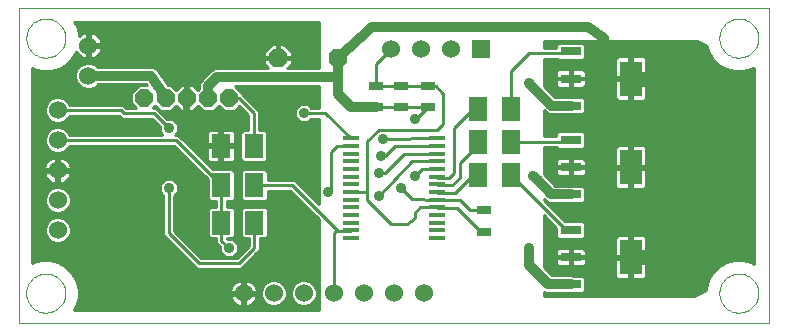
<source format=gtl>
G75*
G70*
%OFA0B0*%
%FSLAX24Y24*%
%IPPOS*%
%LPD*%
%AMOC8*
5,1,8,0,0,1.08239X$1,22.5*
%
%ADD10C,0.0000*%
%ADD11R,0.0709X0.0315*%
%ADD12R,0.0728X0.1181*%
%ADD13R,0.0630X0.0787*%
%ADD14OC8,0.0630*%
%ADD15R,0.0472X0.0315*%
%ADD16C,0.0600*%
%ADD17R,0.0600X0.0600*%
%ADD18R,0.0550X0.0137*%
%ADD19OC8,0.0594*%
%ADD20C,0.0100*%
%ADD21C,0.0360*%
%ADD22C,0.0500*%
%ADD23C,0.0357*%
%ADD24C,0.0396*%
%ADD25C,0.0320*%
D10*
X000333Y000262D02*
X000333Y010761D01*
X025353Y010758D01*
X025353Y000262D01*
X000333Y000262D01*
X000582Y001262D02*
X000584Y001312D01*
X000590Y001362D01*
X000600Y001412D01*
X000613Y001460D01*
X000630Y001508D01*
X000651Y001554D01*
X000675Y001598D01*
X000703Y001640D01*
X000734Y001680D01*
X000768Y001717D01*
X000805Y001752D01*
X000844Y001783D01*
X000885Y001812D01*
X000929Y001837D01*
X000975Y001859D01*
X001022Y001877D01*
X001070Y001891D01*
X001119Y001902D01*
X001169Y001909D01*
X001219Y001912D01*
X001270Y001911D01*
X001320Y001906D01*
X001370Y001897D01*
X001418Y001885D01*
X001466Y001868D01*
X001512Y001848D01*
X001557Y001825D01*
X001600Y001798D01*
X001640Y001768D01*
X001678Y001735D01*
X001713Y001699D01*
X001746Y001660D01*
X001775Y001619D01*
X001801Y001576D01*
X001824Y001531D01*
X001843Y001484D01*
X001858Y001436D01*
X001870Y001387D01*
X001878Y001337D01*
X001882Y001287D01*
X001882Y001237D01*
X001878Y001187D01*
X001870Y001137D01*
X001858Y001088D01*
X001843Y001040D01*
X001824Y000993D01*
X001801Y000948D01*
X001775Y000905D01*
X001746Y000864D01*
X001713Y000825D01*
X001678Y000789D01*
X001640Y000756D01*
X001600Y000726D01*
X001557Y000699D01*
X001512Y000676D01*
X001466Y000656D01*
X001418Y000639D01*
X001370Y000627D01*
X001320Y000618D01*
X001270Y000613D01*
X001219Y000612D01*
X001169Y000615D01*
X001119Y000622D01*
X001070Y000633D01*
X001022Y000647D01*
X000975Y000665D01*
X000929Y000687D01*
X000885Y000712D01*
X000844Y000741D01*
X000805Y000772D01*
X000768Y000807D01*
X000734Y000844D01*
X000703Y000884D01*
X000675Y000926D01*
X000651Y000970D01*
X000630Y001016D01*
X000613Y001064D01*
X000600Y001112D01*
X000590Y001162D01*
X000584Y001212D01*
X000582Y001262D01*
X000583Y009762D02*
X000585Y009812D01*
X000591Y009862D01*
X000601Y009912D01*
X000614Y009960D01*
X000631Y010008D01*
X000652Y010054D01*
X000676Y010098D01*
X000704Y010140D01*
X000735Y010180D01*
X000769Y010217D01*
X000806Y010252D01*
X000845Y010283D01*
X000886Y010312D01*
X000930Y010337D01*
X000976Y010359D01*
X001023Y010377D01*
X001071Y010391D01*
X001120Y010402D01*
X001170Y010409D01*
X001220Y010412D01*
X001271Y010411D01*
X001321Y010406D01*
X001371Y010397D01*
X001419Y010385D01*
X001467Y010368D01*
X001513Y010348D01*
X001558Y010325D01*
X001601Y010298D01*
X001641Y010268D01*
X001679Y010235D01*
X001714Y010199D01*
X001747Y010160D01*
X001776Y010119D01*
X001802Y010076D01*
X001825Y010031D01*
X001844Y009984D01*
X001859Y009936D01*
X001871Y009887D01*
X001879Y009837D01*
X001883Y009787D01*
X001883Y009737D01*
X001879Y009687D01*
X001871Y009637D01*
X001859Y009588D01*
X001844Y009540D01*
X001825Y009493D01*
X001802Y009448D01*
X001776Y009405D01*
X001747Y009364D01*
X001714Y009325D01*
X001679Y009289D01*
X001641Y009256D01*
X001601Y009226D01*
X001558Y009199D01*
X001513Y009176D01*
X001467Y009156D01*
X001419Y009139D01*
X001371Y009127D01*
X001321Y009118D01*
X001271Y009113D01*
X001220Y009112D01*
X001170Y009115D01*
X001120Y009122D01*
X001071Y009133D01*
X001023Y009147D01*
X000976Y009165D01*
X000930Y009187D01*
X000886Y009212D01*
X000845Y009241D01*
X000806Y009272D01*
X000769Y009307D01*
X000735Y009344D01*
X000704Y009384D01*
X000676Y009426D01*
X000652Y009470D01*
X000631Y009516D01*
X000614Y009564D01*
X000601Y009612D01*
X000591Y009662D01*
X000585Y009712D01*
X000583Y009762D01*
X023683Y009762D02*
X023685Y009812D01*
X023691Y009862D01*
X023701Y009912D01*
X023714Y009960D01*
X023731Y010008D01*
X023752Y010054D01*
X023776Y010098D01*
X023804Y010140D01*
X023835Y010180D01*
X023869Y010217D01*
X023906Y010252D01*
X023945Y010283D01*
X023986Y010312D01*
X024030Y010337D01*
X024076Y010359D01*
X024123Y010377D01*
X024171Y010391D01*
X024220Y010402D01*
X024270Y010409D01*
X024320Y010412D01*
X024371Y010411D01*
X024421Y010406D01*
X024471Y010397D01*
X024519Y010385D01*
X024567Y010368D01*
X024613Y010348D01*
X024658Y010325D01*
X024701Y010298D01*
X024741Y010268D01*
X024779Y010235D01*
X024814Y010199D01*
X024847Y010160D01*
X024876Y010119D01*
X024902Y010076D01*
X024925Y010031D01*
X024944Y009984D01*
X024959Y009936D01*
X024971Y009887D01*
X024979Y009837D01*
X024983Y009787D01*
X024983Y009737D01*
X024979Y009687D01*
X024971Y009637D01*
X024959Y009588D01*
X024944Y009540D01*
X024925Y009493D01*
X024902Y009448D01*
X024876Y009405D01*
X024847Y009364D01*
X024814Y009325D01*
X024779Y009289D01*
X024741Y009256D01*
X024701Y009226D01*
X024658Y009199D01*
X024613Y009176D01*
X024567Y009156D01*
X024519Y009139D01*
X024471Y009127D01*
X024421Y009118D01*
X024371Y009113D01*
X024320Y009112D01*
X024270Y009115D01*
X024220Y009122D01*
X024171Y009133D01*
X024123Y009147D01*
X024076Y009165D01*
X024030Y009187D01*
X023986Y009212D01*
X023945Y009241D01*
X023906Y009272D01*
X023869Y009307D01*
X023835Y009344D01*
X023804Y009384D01*
X023776Y009426D01*
X023752Y009470D01*
X023731Y009516D01*
X023714Y009564D01*
X023701Y009612D01*
X023691Y009662D01*
X023685Y009712D01*
X023683Y009762D01*
X023683Y001262D02*
X023685Y001312D01*
X023691Y001362D01*
X023701Y001412D01*
X023714Y001460D01*
X023731Y001508D01*
X023752Y001554D01*
X023776Y001598D01*
X023804Y001640D01*
X023835Y001680D01*
X023869Y001717D01*
X023906Y001752D01*
X023945Y001783D01*
X023986Y001812D01*
X024030Y001837D01*
X024076Y001859D01*
X024123Y001877D01*
X024171Y001891D01*
X024220Y001902D01*
X024270Y001909D01*
X024320Y001912D01*
X024371Y001911D01*
X024421Y001906D01*
X024471Y001897D01*
X024519Y001885D01*
X024567Y001868D01*
X024613Y001848D01*
X024658Y001825D01*
X024701Y001798D01*
X024741Y001768D01*
X024779Y001735D01*
X024814Y001699D01*
X024847Y001660D01*
X024876Y001619D01*
X024902Y001576D01*
X024925Y001531D01*
X024944Y001484D01*
X024959Y001436D01*
X024971Y001387D01*
X024979Y001337D01*
X024983Y001287D01*
X024983Y001237D01*
X024979Y001187D01*
X024971Y001137D01*
X024959Y001088D01*
X024944Y001040D01*
X024925Y000993D01*
X024902Y000948D01*
X024876Y000905D01*
X024847Y000864D01*
X024814Y000825D01*
X024779Y000789D01*
X024741Y000756D01*
X024701Y000726D01*
X024658Y000699D01*
X024613Y000676D01*
X024567Y000656D01*
X024519Y000639D01*
X024471Y000627D01*
X024421Y000618D01*
X024371Y000613D01*
X024320Y000612D01*
X024270Y000615D01*
X024220Y000622D01*
X024171Y000633D01*
X024123Y000647D01*
X024076Y000665D01*
X024030Y000687D01*
X023986Y000712D01*
X023945Y000741D01*
X023906Y000772D01*
X023869Y000807D01*
X023835Y000844D01*
X023804Y000884D01*
X023776Y000926D01*
X023752Y000970D01*
X023731Y001016D01*
X023714Y001064D01*
X023701Y001112D01*
X023691Y001162D01*
X023685Y001212D01*
X023683Y001262D01*
D11*
X018729Y001557D03*
X018733Y002462D03*
X018729Y003368D03*
X018729Y004557D03*
X018733Y005462D03*
X018729Y006368D03*
X018729Y007507D03*
X018733Y008412D03*
X018729Y009318D03*
D12*
X020733Y008412D03*
X020733Y005462D03*
X020733Y002462D03*
D13*
X016734Y005212D03*
X015631Y005212D03*
X015631Y006312D03*
X016734Y006312D03*
X016734Y007412D03*
X015631Y007412D03*
X008184Y004862D03*
X007081Y004862D03*
X007081Y003612D03*
X008184Y003612D03*
X008165Y006167D03*
X007063Y006167D03*
D14*
X008961Y009092D03*
X010961Y009092D03*
D15*
X012233Y008166D03*
X013083Y008166D03*
X013983Y008166D03*
X013983Y007458D03*
X013083Y007458D03*
X012233Y007458D03*
X015833Y004016D03*
X015833Y003308D03*
D16*
X013833Y001262D03*
X012833Y001262D03*
X011833Y001262D03*
X010833Y001262D03*
X009833Y001262D03*
X008833Y001262D03*
X007833Y001262D03*
X001633Y003362D03*
X001633Y004362D03*
X001633Y005362D03*
X001633Y006362D03*
X001633Y007362D03*
X002651Y008508D03*
X002651Y009508D03*
X012733Y009412D03*
X013733Y009412D03*
X014733Y009412D03*
D17*
X015733Y009412D03*
D18*
X014272Y006425D03*
X014272Y006170D03*
X014272Y005914D03*
X014272Y005658D03*
X014272Y005402D03*
X014272Y005146D03*
X014272Y004890D03*
X014272Y004634D03*
X014272Y004378D03*
X014272Y004122D03*
X014272Y003866D03*
X014272Y003610D03*
X014272Y003355D03*
X014272Y003099D03*
X011393Y003099D03*
X011393Y003355D03*
X011393Y003610D03*
X011393Y003866D03*
X011393Y004122D03*
X011393Y004378D03*
X011393Y004634D03*
X011393Y004890D03*
X011393Y005146D03*
X011393Y005402D03*
X011393Y005658D03*
X011393Y005914D03*
X011393Y006170D03*
X011393Y006425D03*
D19*
X007351Y007762D03*
X006642Y007762D03*
X005934Y007762D03*
X005225Y007762D03*
X004516Y007762D03*
D20*
X004090Y007751D02*
X001816Y007751D01*
X001876Y007727D02*
X001718Y007792D01*
X001547Y007792D01*
X001389Y007727D01*
X001268Y007606D01*
X001203Y007448D01*
X001203Y007276D01*
X001268Y007118D01*
X001389Y006998D01*
X001547Y006932D01*
X001718Y006932D01*
X001876Y006998D01*
X001997Y007118D01*
X002023Y007182D01*
X003658Y007182D01*
X003758Y007082D01*
X004758Y007082D01*
X005024Y006816D01*
X005024Y006701D01*
X005071Y006587D01*
X005116Y006542D01*
X002023Y006542D01*
X001997Y006606D01*
X001876Y006727D01*
X001718Y006792D01*
X001547Y006792D01*
X001389Y006727D01*
X001268Y006606D01*
X001203Y006448D01*
X001203Y006276D01*
X001268Y006118D01*
X001389Y005998D01*
X001547Y005932D01*
X001718Y005932D01*
X001876Y005998D01*
X001997Y006118D01*
X002023Y006182D01*
X005507Y006182D01*
X006636Y005052D01*
X006636Y004414D01*
X006713Y004338D01*
X006901Y004338D01*
X006901Y004136D01*
X006713Y004136D01*
X006636Y004060D01*
X006636Y003164D01*
X006713Y003088D01*
X006901Y003088D01*
X006901Y002939D01*
X007024Y002816D01*
X007024Y002701D01*
X007071Y002587D01*
X007158Y002501D01*
X007271Y002454D01*
X007394Y002454D01*
X007507Y002501D01*
X007594Y002587D01*
X007641Y002701D01*
X007641Y002823D01*
X007594Y002937D01*
X007507Y003023D01*
X007394Y003070D01*
X007279Y003070D01*
X007261Y003088D01*
X007261Y003088D01*
X007450Y003088D01*
X007526Y003164D01*
X007526Y004060D01*
X007450Y004136D01*
X007261Y004136D01*
X007261Y004338D01*
X007450Y004338D01*
X007526Y004414D01*
X007526Y005310D01*
X007450Y005386D01*
X006812Y005386D01*
X005656Y006542D01*
X005549Y006542D01*
X005594Y006587D01*
X005641Y006701D01*
X005641Y006823D01*
X005594Y006937D01*
X005507Y007023D01*
X005394Y007070D01*
X005279Y007070D01*
X004907Y007442D01*
X004800Y007442D01*
X004871Y007513D01*
X005048Y007336D01*
X005402Y007336D01*
X005565Y007499D01*
X005749Y007316D01*
X005885Y007316D01*
X005885Y007714D01*
X005982Y007714D01*
X005982Y007316D01*
X006119Y007316D01*
X006302Y007499D01*
X006466Y007336D01*
X006819Y007336D01*
X006997Y007513D01*
X007174Y007336D01*
X007528Y007336D01*
X007681Y007489D01*
X007978Y007191D01*
X007978Y006691D01*
X007796Y006691D01*
X007720Y006615D01*
X007720Y005720D01*
X007796Y005643D01*
X008534Y005643D01*
X008610Y005720D01*
X008610Y006615D01*
X008534Y006691D01*
X008338Y006691D01*
X008338Y007341D01*
X008233Y007446D01*
X007778Y007901D01*
X007778Y007939D01*
X007539Y008178D01*
X010333Y008178D01*
X010333Y007442D01*
X010089Y007442D01*
X010007Y007523D01*
X009894Y007570D01*
X009771Y007570D01*
X009658Y007523D01*
X009571Y007437D01*
X009524Y007323D01*
X009524Y007201D01*
X009571Y007087D01*
X009658Y007001D01*
X009771Y006954D01*
X009894Y006954D01*
X010007Y007001D01*
X010089Y007082D01*
X010333Y007082D01*
X010333Y004703D01*
X010325Y004684D01*
X010325Y004562D01*
X010333Y004543D01*
X010333Y004241D01*
X009532Y005042D01*
X009382Y005042D01*
X008629Y005042D01*
X008629Y005310D01*
X008553Y005386D01*
X007815Y005386D01*
X007739Y005310D01*
X007739Y004414D01*
X007815Y004338D01*
X008553Y004338D01*
X008629Y004414D01*
X008629Y004682D01*
X009382Y004682D01*
X010333Y003732D01*
X010333Y000712D01*
X002185Y000712D01*
X002257Y000837D01*
X002332Y001117D01*
X002332Y001407D01*
X002257Y001687D01*
X002113Y001937D01*
X010333Y001937D01*
X010333Y001839D02*
X002170Y001839D01*
X002226Y001740D02*
X010333Y001740D01*
X010333Y001642D02*
X010040Y001642D01*
X010076Y001627D02*
X009918Y001692D01*
X009747Y001692D01*
X009589Y001627D01*
X009468Y001506D01*
X009403Y001348D01*
X009403Y001176D01*
X009468Y001018D01*
X009589Y000898D01*
X009747Y000832D01*
X009918Y000832D01*
X010076Y000898D01*
X010197Y001018D01*
X010263Y001176D01*
X010263Y001348D01*
X010197Y001506D01*
X010076Y001627D01*
X010160Y001543D02*
X010333Y001543D01*
X010333Y001445D02*
X010222Y001445D01*
X010263Y001346D02*
X010333Y001346D01*
X010333Y001247D02*
X010263Y001247D01*
X010251Y001149D02*
X010333Y001149D01*
X010333Y001050D02*
X010210Y001050D01*
X010130Y000952D02*
X010333Y000952D01*
X010333Y000853D02*
X009969Y000853D01*
X009696Y000853D02*
X008969Y000853D01*
X008918Y000832D02*
X009076Y000898D01*
X009197Y001018D01*
X009263Y001176D01*
X009263Y001348D01*
X009197Y001506D01*
X009076Y001627D01*
X008918Y001692D01*
X008747Y001692D01*
X008589Y001627D01*
X008468Y001506D01*
X008403Y001348D01*
X008403Y001176D01*
X008468Y001018D01*
X008589Y000898D01*
X008747Y000832D01*
X008918Y000832D01*
X008696Y000853D02*
X008022Y000853D01*
X008087Y000881D02*
X008214Y001007D01*
X008283Y001173D01*
X008283Y001212D01*
X007883Y001212D01*
X007883Y001312D01*
X008283Y001312D01*
X008283Y001352D01*
X008214Y001517D01*
X008087Y001644D01*
X007922Y001712D01*
X007883Y001712D01*
X007883Y001312D01*
X007783Y001312D01*
X007783Y001712D01*
X007743Y001712D01*
X007578Y001644D01*
X007451Y001517D01*
X007383Y001352D01*
X007383Y001312D01*
X007782Y001312D01*
X007782Y001212D01*
X007383Y001212D01*
X007383Y001173D01*
X007451Y001007D01*
X007578Y000881D01*
X007743Y000812D01*
X007783Y000812D01*
X007783Y001212D01*
X007883Y001212D01*
X007883Y000812D01*
X007922Y000812D01*
X008087Y000881D01*
X008159Y000952D02*
X008535Y000952D01*
X008455Y001050D02*
X008232Y001050D01*
X008273Y001149D02*
X008414Y001149D01*
X008403Y001247D02*
X007883Y001247D01*
X007883Y001149D02*
X007783Y001149D01*
X007782Y001247D02*
X002332Y001247D01*
X002332Y001149D02*
X007392Y001149D01*
X007433Y001050D02*
X002314Y001050D01*
X002288Y000952D02*
X007506Y000952D01*
X007643Y000853D02*
X002262Y000853D01*
X002210Y000755D02*
X010333Y000755D01*
X009535Y000952D02*
X009130Y000952D01*
X009210Y001050D02*
X009455Y001050D01*
X009414Y001149D02*
X009251Y001149D01*
X009263Y001247D02*
X009403Y001247D01*
X009403Y001346D02*
X009263Y001346D01*
X009222Y001445D02*
X009443Y001445D01*
X009506Y001543D02*
X009160Y001543D01*
X009040Y001642D02*
X009626Y001642D01*
X010333Y002036D02*
X002014Y002036D01*
X001916Y002134D02*
X006206Y002134D01*
X006258Y002082D02*
X006153Y002187D01*
X005153Y003187D01*
X005153Y003337D01*
X005153Y004506D01*
X005071Y004587D01*
X005024Y004701D01*
X005024Y004823D01*
X005071Y004937D01*
X005158Y005023D01*
X005271Y005070D01*
X005394Y005070D01*
X005507Y005023D01*
X005594Y004937D01*
X005641Y004823D01*
X005641Y004701D01*
X005594Y004587D01*
X005513Y004506D01*
X005513Y003337D01*
X006407Y002442D01*
X007605Y002442D01*
X008002Y002839D01*
X008002Y003088D01*
X007815Y003088D01*
X007739Y003164D01*
X007739Y004060D01*
X007815Y004136D01*
X008553Y004136D01*
X008629Y004060D01*
X008629Y003164D01*
X008553Y003088D01*
X008362Y003088D01*
X008362Y002690D01*
X008257Y002584D01*
X007754Y002082D01*
X007605Y002082D01*
X006258Y002082D01*
X006333Y002262D02*
X007680Y002262D01*
X008182Y002764D01*
X008182Y003610D01*
X008184Y003612D01*
X008629Y003613D02*
X010333Y003613D01*
X010333Y003711D02*
X008629Y003711D01*
X008629Y003810D02*
X010255Y003810D01*
X010156Y003908D02*
X008629Y003908D01*
X008629Y004007D02*
X010058Y004007D01*
X009959Y004105D02*
X008583Y004105D01*
X008615Y004401D02*
X009664Y004401D01*
X009762Y004302D02*
X007261Y004302D01*
X007261Y004204D02*
X009861Y004204D01*
X010074Y004499D02*
X010333Y004499D01*
X010333Y004401D02*
X010173Y004401D01*
X010271Y004302D02*
X010333Y004302D01*
X010325Y004598D02*
X009976Y004598D01*
X009877Y004696D02*
X010330Y004696D01*
X010333Y004795D02*
X009779Y004795D01*
X009680Y004894D02*
X010333Y004894D01*
X010333Y004992D02*
X009581Y004992D01*
X009457Y004862D02*
X010945Y003374D01*
X010833Y003262D01*
X010833Y001262D01*
X010333Y002134D02*
X007807Y002134D01*
X007905Y002233D02*
X010333Y002233D01*
X010333Y002331D02*
X008004Y002331D01*
X008102Y002430D02*
X010333Y002430D01*
X010333Y002529D02*
X008201Y002529D01*
X008299Y002627D02*
X010333Y002627D01*
X010333Y002726D02*
X008362Y002726D01*
X008362Y002824D02*
X010333Y002824D01*
X010333Y002923D02*
X008362Y002923D01*
X008362Y003021D02*
X010333Y003021D01*
X010333Y003120D02*
X008584Y003120D01*
X008629Y003218D02*
X010333Y003218D01*
X010333Y003317D02*
X008629Y003317D01*
X008629Y003415D02*
X010333Y003415D01*
X010333Y003514D02*
X008629Y003514D01*
X007739Y003514D02*
X007526Y003514D01*
X007526Y003613D02*
X007739Y003613D01*
X007739Y003711D02*
X007526Y003711D01*
X007526Y003810D02*
X007739Y003810D01*
X007739Y003908D02*
X007526Y003908D01*
X007526Y004007D02*
X007739Y004007D01*
X007784Y004105D02*
X007481Y004105D01*
X007513Y004401D02*
X007752Y004401D01*
X007739Y004499D02*
X007526Y004499D01*
X007526Y004598D02*
X007739Y004598D01*
X007739Y004696D02*
X007526Y004696D01*
X007526Y004795D02*
X007739Y004795D01*
X007739Y004894D02*
X007526Y004894D01*
X007526Y004992D02*
X007739Y004992D01*
X007739Y005091D02*
X007526Y005091D01*
X007526Y005189D02*
X007739Y005189D01*
X007739Y005288D02*
X007526Y005288D01*
X007440Y005623D02*
X007112Y005623D01*
X007112Y006117D01*
X007013Y006117D01*
X007013Y005623D01*
X006685Y005623D01*
X006598Y005711D01*
X006598Y006117D01*
X007012Y006117D01*
X007012Y006217D01*
X006598Y006217D01*
X006598Y006623D01*
X006685Y006711D01*
X007013Y006711D01*
X007013Y006217D01*
X007112Y006217D01*
X007112Y006711D01*
X007440Y006711D01*
X007527Y006623D01*
X007527Y006217D01*
X007113Y006217D01*
X007113Y006117D01*
X007527Y006117D01*
X007527Y005711D01*
X007440Y005623D01*
X007498Y005682D02*
X007758Y005682D01*
X007720Y005780D02*
X007527Y005780D01*
X007527Y005879D02*
X007720Y005879D01*
X007720Y005978D02*
X007527Y005978D01*
X007527Y006076D02*
X007720Y006076D01*
X007720Y006175D02*
X007113Y006175D01*
X007063Y006167D02*
X006427Y006167D01*
X005833Y006762D01*
X005833Y007706D01*
X005934Y007762D01*
X005982Y007811D02*
X005885Y007811D01*
X005885Y008209D01*
X005749Y008209D01*
X005565Y008026D01*
X005402Y008189D01*
X005295Y008189D01*
X005001Y008643D01*
X004989Y008672D01*
X004970Y008691D01*
X004955Y008714D01*
X004930Y008732D01*
X004907Y008754D01*
X004883Y008764D01*
X004861Y008779D01*
X004830Y008786D01*
X004801Y008798D01*
X004774Y008798D01*
X004748Y008804D01*
X004717Y008798D01*
X002969Y008798D01*
X002895Y008873D01*
X002737Y008938D01*
X002566Y008938D01*
X002408Y008873D01*
X002287Y008752D01*
X002221Y008594D01*
X002221Y008423D01*
X002287Y008265D01*
X002408Y008144D01*
X002566Y008078D01*
X002737Y008078D01*
X002895Y008144D01*
X002969Y008218D01*
X004585Y008218D01*
X004604Y008189D01*
X004340Y008189D01*
X004090Y007939D01*
X004090Y007586D01*
X004233Y007442D01*
X003907Y007442D01*
X003807Y007542D01*
X003658Y007542D01*
X002023Y007542D01*
X001997Y007606D01*
X001876Y007727D01*
X001950Y007653D02*
X004090Y007653D01*
X004121Y007554D02*
X002018Y007554D01*
X001633Y007362D02*
X003733Y007362D01*
X003833Y007262D01*
X004833Y007262D01*
X005333Y006762D01*
X005624Y006864D02*
X007978Y006864D01*
X007978Y006766D02*
X005641Y006766D01*
X005627Y006667D02*
X006642Y006667D01*
X006598Y006569D02*
X005575Y006569D01*
X005728Y006470D02*
X006598Y006470D01*
X006598Y006372D02*
X005826Y006372D01*
X005925Y006273D02*
X006598Y006273D01*
X006598Y006076D02*
X006122Y006076D01*
X006220Y005978D02*
X006598Y005978D01*
X006598Y005879D02*
X006319Y005879D01*
X006417Y005780D02*
X006598Y005780D01*
X006627Y005682D02*
X006516Y005682D01*
X006615Y005583D02*
X010333Y005583D01*
X010333Y005485D02*
X006713Y005485D01*
X006812Y005386D02*
X010333Y005386D01*
X010333Y005288D02*
X008629Y005288D01*
X008629Y005189D02*
X010333Y005189D01*
X010333Y005091D02*
X008629Y005091D01*
X008184Y004862D02*
X009457Y004862D01*
X009467Y004598D02*
X008629Y004598D01*
X008629Y004499D02*
X009565Y004499D01*
X010633Y004623D02*
X010731Y004721D01*
X010731Y005957D01*
X010944Y006170D01*
X011393Y006170D01*
X011393Y006425D02*
X010557Y007262D01*
X009833Y007262D01*
X009524Y007259D02*
X008338Y007259D01*
X008338Y007160D02*
X009541Y007160D01*
X009597Y007062D02*
X008338Y007062D01*
X008338Y006963D02*
X009749Y006963D01*
X009917Y006963D02*
X010333Y006963D01*
X010333Y007062D02*
X010068Y007062D01*
X010333Y006864D02*
X008338Y006864D01*
X008338Y006766D02*
X010333Y006766D01*
X010333Y006667D02*
X008557Y006667D01*
X008610Y006569D02*
X010333Y006569D01*
X010333Y006470D02*
X008610Y006470D01*
X008610Y006372D02*
X010333Y006372D01*
X010333Y006273D02*
X008610Y006273D01*
X008610Y006175D02*
X010333Y006175D01*
X010333Y006076D02*
X008610Y006076D01*
X008610Y005978D02*
X010333Y005978D01*
X010333Y005879D02*
X008610Y005879D01*
X008610Y005780D02*
X010333Y005780D01*
X010333Y005682D02*
X008572Y005682D01*
X008165Y006167D02*
X008158Y006174D01*
X008158Y007266D01*
X007662Y007762D01*
X007351Y007762D01*
X007769Y007948D02*
X010333Y007948D01*
X010333Y007850D02*
X007829Y007850D01*
X007928Y007751D02*
X010333Y007751D01*
X010333Y007653D02*
X008026Y007653D01*
X008125Y007554D02*
X009732Y007554D01*
X009590Y007456D02*
X008223Y007456D01*
X008322Y007357D02*
X009538Y007357D01*
X009933Y007554D02*
X010333Y007554D01*
X010333Y007456D02*
X010075Y007456D01*
X010333Y008047D02*
X007670Y008047D01*
X007572Y008146D02*
X010333Y008146D01*
X010333Y008758D02*
X009284Y008758D01*
X009426Y008900D01*
X009426Y009062D01*
X008991Y009062D01*
X008991Y009122D01*
X008931Y009122D01*
X008931Y009062D01*
X008496Y009062D01*
X008496Y008900D01*
X008638Y008758D01*
X006873Y008758D01*
X006766Y008714D01*
X006685Y008632D01*
X006397Y008344D01*
X006352Y008238D01*
X006352Y008122D01*
X006352Y008076D01*
X006302Y008026D01*
X006119Y008209D01*
X005982Y008209D01*
X005982Y007811D01*
X005982Y007850D02*
X005885Y007850D01*
X005885Y007948D02*
X005982Y007948D01*
X005982Y008047D02*
X005885Y008047D01*
X005885Y008146D02*
X005982Y008146D01*
X006183Y008146D02*
X006352Y008146D01*
X006355Y008244D02*
X005259Y008244D01*
X005195Y008343D02*
X006396Y008343D01*
X006494Y008441D02*
X005132Y008441D01*
X005068Y008540D02*
X006592Y008540D01*
X006691Y008638D02*
X005004Y008638D01*
X004925Y008737D02*
X006822Y008737D01*
X005685Y008146D02*
X005446Y008146D01*
X005544Y008047D02*
X005586Y008047D01*
X006281Y008047D02*
X006323Y008047D01*
X005982Y007653D02*
X005885Y007653D01*
X005885Y007554D02*
X005982Y007554D01*
X005982Y007456D02*
X005885Y007456D01*
X005885Y007357D02*
X005982Y007357D01*
X006160Y007357D02*
X006444Y007357D01*
X006346Y007456D02*
X006259Y007456D01*
X005707Y007357D02*
X005423Y007357D01*
X005522Y007456D02*
X005609Y007456D01*
X005189Y007160D02*
X007978Y007160D01*
X007978Y007062D02*
X005415Y007062D01*
X005568Y006963D02*
X007978Y006963D01*
X007911Y007259D02*
X005091Y007259D01*
X005027Y007357D02*
X004992Y007357D01*
X004928Y007456D02*
X004813Y007456D01*
X004220Y007456D02*
X003893Y007456D01*
X003680Y007160D02*
X002014Y007160D01*
X001940Y007062D02*
X004779Y007062D01*
X004877Y006963D02*
X001793Y006963D01*
X001781Y006766D02*
X005024Y006766D01*
X005038Y006667D02*
X001935Y006667D01*
X002012Y006569D02*
X005090Y006569D01*
X005581Y006362D02*
X007081Y004862D01*
X007081Y003612D01*
X007081Y003013D01*
X007333Y002762D01*
X007641Y002726D02*
X007889Y002726D01*
X007987Y002824D02*
X007641Y002824D01*
X007600Y002923D02*
X008002Y002923D01*
X008002Y003021D02*
X007509Y003021D01*
X007482Y003120D02*
X007784Y003120D01*
X007739Y003218D02*
X007526Y003218D01*
X007526Y003317D02*
X007739Y003317D01*
X007739Y003415D02*
X007526Y003415D01*
X006901Y003088D02*
X006901Y003088D01*
X006901Y003021D02*
X005828Y003021D01*
X005926Y002923D02*
X006917Y002923D01*
X007016Y002824D02*
X006025Y002824D01*
X006124Y002726D02*
X007024Y002726D01*
X007055Y002627D02*
X006222Y002627D01*
X006321Y002529D02*
X007130Y002529D01*
X007535Y002529D02*
X007692Y002529D01*
X007610Y002627D02*
X007790Y002627D01*
X006681Y003120D02*
X005729Y003120D01*
X005631Y003218D02*
X006636Y003218D01*
X006636Y003317D02*
X005532Y003317D01*
X005513Y003415D02*
X006636Y003415D01*
X006636Y003514D02*
X005513Y003514D01*
X005513Y003613D02*
X006636Y003613D01*
X006636Y003711D02*
X005513Y003711D01*
X005513Y003810D02*
X006636Y003810D01*
X006636Y003908D02*
X005513Y003908D01*
X005513Y004007D02*
X006636Y004007D01*
X006682Y004105D02*
X005513Y004105D01*
X005513Y004204D02*
X006901Y004204D01*
X006901Y004302D02*
X005513Y004302D01*
X005513Y004401D02*
X006650Y004401D01*
X006636Y004499D02*
X005513Y004499D01*
X005598Y004598D02*
X006636Y004598D01*
X006636Y004696D02*
X005639Y004696D01*
X005641Y004795D02*
X006636Y004795D01*
X006636Y004894D02*
X005612Y004894D01*
X005539Y004992D02*
X006636Y004992D01*
X006598Y005091D02*
X001998Y005091D01*
X002014Y005107D02*
X002083Y005273D01*
X002083Y005312D01*
X001683Y005312D01*
X001683Y005412D01*
X002083Y005412D01*
X002083Y005452D01*
X002014Y005617D01*
X001887Y005744D01*
X001722Y005812D01*
X001683Y005812D01*
X001683Y005412D01*
X001583Y005412D01*
X001583Y005812D01*
X001543Y005812D01*
X001378Y005744D01*
X001251Y005617D01*
X001183Y005452D01*
X001183Y005412D01*
X001582Y005412D01*
X001582Y005312D01*
X001183Y005312D01*
X001183Y005273D01*
X001251Y005107D01*
X001378Y004981D01*
X001543Y004912D01*
X001583Y004912D01*
X001583Y005312D01*
X001683Y005312D01*
X001683Y004912D01*
X001722Y004912D01*
X001887Y004981D01*
X002014Y005107D01*
X002048Y005189D02*
X006500Y005189D01*
X006401Y005288D02*
X002083Y005288D01*
X002069Y005485D02*
X006204Y005485D01*
X006106Y005583D02*
X002028Y005583D01*
X001949Y005682D02*
X006007Y005682D01*
X005908Y005780D02*
X001798Y005780D01*
X001683Y005780D02*
X001583Y005780D01*
X001583Y005682D02*
X001683Y005682D01*
X001683Y005583D02*
X001583Y005583D01*
X001583Y005485D02*
X001683Y005485D01*
X001683Y005386D02*
X006303Y005386D01*
X007013Y005682D02*
X007112Y005682D01*
X007112Y005780D02*
X007013Y005780D01*
X007013Y005879D02*
X007112Y005879D01*
X007112Y005978D02*
X007013Y005978D01*
X007013Y006076D02*
X007112Y006076D01*
X007012Y006175D02*
X006023Y006175D01*
X005711Y005978D02*
X001828Y005978D01*
X001955Y006076D02*
X005613Y006076D01*
X005514Y006175D02*
X002020Y006175D01*
X001633Y006362D02*
X005581Y006362D01*
X005810Y005879D02*
X000783Y005879D01*
X000783Y005780D02*
X001467Y005780D01*
X001316Y005682D02*
X000783Y005682D01*
X000783Y005583D02*
X001237Y005583D01*
X001196Y005485D02*
X000783Y005485D01*
X000783Y005386D02*
X001582Y005386D01*
X001583Y005288D02*
X001683Y005288D01*
X001683Y005189D02*
X001583Y005189D01*
X001583Y005091D02*
X001683Y005091D01*
X001683Y004992D02*
X001583Y004992D01*
X001366Y004992D02*
X000783Y004992D01*
X000783Y004894D02*
X005053Y004894D01*
X005024Y004795D02*
X000783Y004795D01*
X000783Y004696D02*
X001359Y004696D01*
X001389Y004727D02*
X001268Y004606D01*
X001203Y004448D01*
X001203Y004276D01*
X001268Y004118D01*
X001389Y003998D01*
X001547Y003932D01*
X001718Y003932D01*
X001876Y003998D01*
X001997Y004118D01*
X002063Y004276D01*
X002063Y004448D01*
X001997Y004606D01*
X001876Y004727D01*
X001718Y004792D01*
X001547Y004792D01*
X001389Y004727D01*
X001265Y004598D02*
X000783Y004598D01*
X000783Y004499D02*
X001224Y004499D01*
X001203Y004401D02*
X000783Y004401D01*
X000783Y004302D02*
X001203Y004302D01*
X001233Y004204D02*
X000783Y004204D01*
X000783Y004105D02*
X001281Y004105D01*
X001380Y004007D02*
X000783Y004007D01*
X000783Y003908D02*
X005153Y003908D01*
X005153Y003810D02*
X000783Y003810D01*
X000783Y003711D02*
X001374Y003711D01*
X001389Y003727D02*
X001268Y003606D01*
X001203Y003448D01*
X001203Y003276D01*
X001268Y003118D01*
X001389Y002998D01*
X001547Y002932D01*
X001718Y002932D01*
X001876Y002998D01*
X001997Y003118D01*
X002063Y003276D01*
X002063Y003448D01*
X001997Y003606D01*
X001876Y003727D01*
X001718Y003792D01*
X001547Y003792D01*
X001389Y003727D01*
X001275Y003613D02*
X000783Y003613D01*
X000783Y003514D02*
X001230Y003514D01*
X001203Y003415D02*
X000783Y003415D01*
X000783Y003317D02*
X001203Y003317D01*
X001227Y003218D02*
X000783Y003218D01*
X000783Y003120D02*
X001267Y003120D01*
X001365Y003021D02*
X000783Y003021D01*
X000783Y002923D02*
X005417Y002923D01*
X005319Y003021D02*
X001900Y003021D01*
X001998Y003120D02*
X005220Y003120D01*
X005153Y003218D02*
X002038Y003218D01*
X002063Y003317D02*
X005153Y003317D01*
X005153Y003415D02*
X002063Y003415D01*
X002035Y003514D02*
X005153Y003514D01*
X005153Y003613D02*
X001990Y003613D01*
X001892Y003711D02*
X005153Y003711D01*
X005153Y004007D02*
X001885Y004007D01*
X001984Y004105D02*
X005153Y004105D01*
X005153Y004204D02*
X002032Y004204D01*
X002063Y004302D02*
X005153Y004302D01*
X005153Y004401D02*
X002063Y004401D01*
X002041Y004499D02*
X005153Y004499D01*
X005067Y004598D02*
X002000Y004598D01*
X001906Y004696D02*
X005026Y004696D01*
X005333Y004762D02*
X005333Y003262D01*
X006333Y002262D01*
X006107Y002233D02*
X001751Y002233D01*
X001657Y002287D02*
X001377Y002362D01*
X001088Y002362D01*
X000808Y002287D01*
X000783Y002272D01*
X000783Y008752D01*
X000809Y008737D01*
X001089Y008662D01*
X001378Y008662D01*
X001658Y008737D01*
X001909Y008882D01*
X002114Y009087D01*
X002245Y009314D01*
X002270Y009253D01*
X002396Y009127D01*
X002562Y009058D01*
X002601Y009058D01*
X002601Y009458D01*
X002701Y009458D01*
X002701Y009058D01*
X002741Y009058D01*
X002906Y009127D01*
X003033Y009253D01*
X003101Y009419D01*
X003101Y009458D01*
X002701Y009458D01*
X002701Y009558D01*
X002601Y009558D01*
X002601Y009958D01*
X002562Y009958D01*
X002396Y009890D01*
X002333Y009827D01*
X002333Y009907D01*
X002258Y010187D01*
X002187Y010311D01*
X010333Y010310D01*
X010333Y008758D01*
X010333Y008835D02*
X009362Y008835D01*
X009426Y008934D02*
X010333Y008934D01*
X010333Y009032D02*
X009426Y009032D01*
X009426Y009122D02*
X009426Y009285D01*
X009154Y009557D01*
X008991Y009557D01*
X008991Y009122D01*
X009426Y009122D01*
X009426Y009131D02*
X010333Y009131D01*
X010333Y009229D02*
X009426Y009229D01*
X009383Y009328D02*
X010333Y009328D01*
X010333Y009427D02*
X009284Y009427D01*
X009186Y009525D02*
X010333Y009525D01*
X010333Y009624D02*
X003090Y009624D01*
X003101Y009598D02*
X003033Y009763D01*
X002906Y009890D01*
X002741Y009958D01*
X002701Y009958D01*
X002701Y009558D01*
X003101Y009558D01*
X003101Y009598D01*
X003049Y009722D02*
X010333Y009722D01*
X010333Y009821D02*
X002975Y009821D01*
X002834Y009919D02*
X010333Y009919D01*
X010333Y010018D02*
X002304Y010018D01*
X002277Y010116D02*
X010333Y010116D01*
X010333Y010215D02*
X002242Y010215D01*
X002330Y009919D02*
X002468Y009919D01*
X002601Y009919D02*
X002701Y009919D01*
X002701Y009821D02*
X002601Y009821D01*
X002601Y009722D02*
X002701Y009722D01*
X002701Y009624D02*
X002601Y009624D01*
X002701Y009525D02*
X008737Y009525D01*
X008769Y009557D02*
X008496Y009285D01*
X008496Y009122D01*
X008931Y009122D01*
X008931Y009557D01*
X008769Y009557D01*
X008931Y009525D02*
X008991Y009525D01*
X008991Y009427D02*
X008931Y009427D01*
X008931Y009328D02*
X008991Y009328D01*
X008991Y009229D02*
X008931Y009229D01*
X008931Y009131D02*
X008991Y009131D01*
X008638Y009427D02*
X003101Y009427D01*
X003064Y009328D02*
X008539Y009328D01*
X008496Y009229D02*
X003009Y009229D01*
X002910Y009131D02*
X008496Y009131D01*
X008496Y009032D02*
X002059Y009032D01*
X002139Y009131D02*
X002392Y009131D01*
X002293Y009229D02*
X002196Y009229D01*
X001961Y008934D02*
X002555Y008934D01*
X002747Y008934D02*
X008496Y008934D01*
X008560Y008835D02*
X002932Y008835D01*
X002370Y008835D02*
X001828Y008835D01*
X001657Y008737D02*
X002280Y008737D01*
X002240Y008638D02*
X000783Y008638D01*
X000783Y008540D02*
X002221Y008540D01*
X002221Y008441D02*
X000783Y008441D01*
X000783Y008343D02*
X002254Y008343D01*
X002307Y008244D02*
X000783Y008244D01*
X000783Y008146D02*
X002406Y008146D01*
X002897Y008146D02*
X004296Y008146D01*
X004197Y008047D02*
X000783Y008047D01*
X000783Y007948D02*
X004099Y007948D01*
X004090Y007850D02*
X000783Y007850D01*
X000783Y007751D02*
X001449Y007751D01*
X001315Y007653D02*
X000783Y007653D01*
X000783Y007554D02*
X001247Y007554D01*
X001206Y007456D02*
X000783Y007456D01*
X000783Y007357D02*
X001203Y007357D01*
X001210Y007259D02*
X000783Y007259D01*
X000783Y007160D02*
X001251Y007160D01*
X001325Y007062D02*
X000783Y007062D01*
X000783Y006963D02*
X001472Y006963D01*
X001484Y006766D02*
X000783Y006766D01*
X000783Y006864D02*
X004976Y006864D01*
X006841Y007357D02*
X007153Y007357D01*
X007054Y007456D02*
X006939Y007456D01*
X007549Y007357D02*
X007813Y007357D01*
X007714Y007456D02*
X007648Y007456D01*
X007773Y006667D02*
X007483Y006667D01*
X007527Y006569D02*
X007720Y006569D01*
X007720Y006470D02*
X007527Y006470D01*
X007527Y006372D02*
X007720Y006372D01*
X007720Y006273D02*
X007527Y006273D01*
X007112Y006273D02*
X007013Y006273D01*
X007013Y006372D02*
X007112Y006372D01*
X007112Y006470D02*
X007013Y006470D01*
X007013Y006569D02*
X007112Y006569D01*
X007112Y006667D02*
X007013Y006667D01*
X005127Y004992D02*
X001899Y004992D01*
X001268Y005091D02*
X000783Y005091D01*
X000783Y005189D02*
X001217Y005189D01*
X001183Y005288D02*
X000783Y005288D01*
X000783Y005978D02*
X001437Y005978D01*
X001310Y006076D02*
X000783Y006076D01*
X000783Y006175D02*
X001245Y006175D01*
X001204Y006273D02*
X000783Y006273D01*
X000783Y006372D02*
X001203Y006372D01*
X001212Y006470D02*
X000783Y006470D01*
X000783Y006569D02*
X001253Y006569D01*
X001330Y006667D02*
X000783Y006667D01*
X000783Y008737D02*
X000810Y008737D01*
X002601Y009131D02*
X002701Y009131D01*
X002701Y009229D02*
X002601Y009229D01*
X002601Y009328D02*
X002701Y009328D01*
X002701Y009427D02*
X002601Y009427D01*
X011332Y006429D02*
X011335Y006425D01*
X011393Y006425D01*
X011388Y006429D02*
X011332Y006429D01*
X011933Y006317D02*
X012328Y006712D01*
X012582Y006712D01*
X012583Y006712D01*
X014283Y006712D01*
X014483Y006912D01*
X014483Y007912D01*
X014233Y008162D01*
X013987Y008162D01*
X013983Y008166D01*
X013083Y008166D01*
X012233Y008166D01*
X012233Y008912D01*
X012733Y009412D01*
X016734Y008663D02*
X017333Y009262D01*
X018673Y009262D01*
X018729Y009318D01*
X019213Y009328D02*
X023313Y009328D01*
X023308Y009337D02*
X023452Y009087D01*
X023657Y008882D01*
X023908Y008737D01*
X024188Y008662D01*
X024477Y008662D01*
X024757Y008737D01*
X024808Y008766D01*
X024833Y008755D01*
X024833Y002244D01*
X024757Y002287D01*
X024477Y002362D01*
X024188Y002362D01*
X023908Y002287D01*
X023657Y002142D01*
X023452Y001937D01*
X021247Y001937D01*
X021247Y001839D02*
X023395Y001839D01*
X023339Y001740D02*
X021178Y001740D01*
X021159Y001721D02*
X021247Y001809D01*
X021247Y002412D01*
X020783Y002412D01*
X020783Y002512D01*
X021247Y002512D01*
X021247Y003115D01*
X021159Y003203D01*
X020782Y003203D01*
X020782Y002512D01*
X020683Y002512D01*
X020683Y003203D01*
X020306Y003203D01*
X020218Y003115D01*
X020218Y002512D01*
X020682Y002512D01*
X020682Y002412D01*
X020218Y002412D01*
X020218Y001809D01*
X020306Y001721D01*
X020683Y001721D01*
X020683Y002412D01*
X020782Y002412D01*
X020782Y001721D01*
X021159Y001721D01*
X020782Y001740D02*
X020683Y001740D01*
X020683Y001839D02*
X020782Y001839D01*
X020782Y001937D02*
X020683Y001937D01*
X020683Y002036D02*
X020782Y002036D01*
X020782Y002134D02*
X020683Y002134D01*
X020683Y002233D02*
X020782Y002233D01*
X020782Y002331D02*
X020683Y002331D01*
X020682Y002430D02*
X019237Y002430D01*
X019237Y002433D02*
X018762Y002433D01*
X018762Y002491D01*
X019237Y002491D01*
X019237Y002682D01*
X019149Y002769D01*
X018761Y002769D01*
X018761Y002491D01*
X018704Y002491D01*
X018704Y002769D01*
X018316Y002769D01*
X018228Y002682D01*
X018228Y002491D01*
X018704Y002491D01*
X018704Y002433D01*
X018761Y002433D01*
X018761Y002155D01*
X019149Y002155D01*
X019237Y002242D01*
X019237Y002433D01*
X019237Y002529D02*
X020218Y002529D01*
X020218Y002627D02*
X019237Y002627D01*
X019193Y002726D02*
X020218Y002726D01*
X020218Y002824D02*
X017833Y002824D01*
X017833Y002726D02*
X018272Y002726D01*
X018228Y002627D02*
X017833Y002627D01*
X017833Y002529D02*
X018228Y002529D01*
X018228Y002433D02*
X018228Y002242D01*
X018316Y002155D01*
X018704Y002155D01*
X018704Y002433D01*
X018228Y002433D01*
X018228Y002430D02*
X017833Y002430D01*
X017833Y002331D02*
X018228Y002331D01*
X018238Y002233D02*
X017833Y002233D01*
X017833Y002134D02*
X020218Y002134D01*
X020218Y002036D02*
X017919Y002036D01*
X017833Y002122D02*
X017833Y003859D01*
X018244Y003447D01*
X018244Y003156D01*
X018320Y003080D01*
X019137Y003080D01*
X019213Y003156D01*
X019213Y003579D01*
X019137Y003655D01*
X018545Y003655D01*
X017833Y004368D01*
X017833Y004402D01*
X017865Y004369D01*
X017867Y004368D01*
X017924Y004311D01*
X018030Y004267D01*
X018146Y004267D01*
X018786Y004267D01*
X018792Y004269D01*
X019137Y004269D01*
X019213Y004345D01*
X019213Y004768D01*
X019137Y004844D01*
X018792Y004844D01*
X018786Y004846D01*
X018209Y004846D01*
X017878Y005188D01*
X017877Y005190D01*
X017838Y005229D01*
X017833Y005235D01*
X017833Y006132D01*
X018269Y006132D01*
X018320Y006080D01*
X019137Y006080D01*
X019213Y006156D01*
X019213Y006579D01*
X019137Y006655D01*
X018320Y006655D01*
X018244Y006579D01*
X018244Y006492D01*
X017833Y006492D01*
X017833Y007352D01*
X017924Y007261D01*
X018030Y007217D01*
X018146Y007217D01*
X018786Y007217D01*
X018792Y007219D01*
X019137Y007219D01*
X019213Y007295D01*
X019213Y007718D01*
X019137Y007794D01*
X018792Y007794D01*
X018786Y007796D01*
X018208Y007796D01*
X017833Y008172D01*
X017833Y009082D01*
X018269Y009082D01*
X018320Y009030D01*
X019137Y009030D01*
X019213Y009106D01*
X019213Y009529D01*
X019137Y009605D01*
X018320Y009605D01*
X018244Y009529D01*
X018244Y009442D01*
X017833Y009442D01*
X017833Y009662D01*
X022937Y009662D01*
X023262Y009506D01*
X023308Y009337D01*
X023284Y009427D02*
X019213Y009427D01*
X019213Y009525D02*
X023223Y009525D01*
X023017Y009624D02*
X017833Y009624D01*
X017833Y009525D02*
X018244Y009525D01*
X018318Y009032D02*
X017833Y009032D01*
X017833Y008934D02*
X020218Y008934D01*
X020218Y009032D02*
X019139Y009032D01*
X019213Y009131D02*
X020285Y009131D01*
X020306Y009153D02*
X020218Y009065D01*
X020218Y008462D01*
X020682Y008462D01*
X020682Y008362D01*
X020218Y008362D01*
X020218Y007759D01*
X020306Y007671D01*
X020683Y007671D01*
X020683Y008362D01*
X020782Y008362D01*
X020782Y007671D01*
X021159Y007671D01*
X021247Y007759D01*
X021247Y008362D01*
X020783Y008362D01*
X020783Y008462D01*
X021247Y008462D01*
X021247Y009065D01*
X021159Y009153D01*
X020782Y009153D01*
X020782Y008462D01*
X020683Y008462D01*
X020683Y009153D01*
X020306Y009153D01*
X020683Y009131D02*
X020782Y009131D01*
X020782Y009032D02*
X020683Y009032D01*
X020683Y008934D02*
X020782Y008934D01*
X020782Y008835D02*
X020683Y008835D01*
X020683Y008737D02*
X020782Y008737D01*
X020782Y008638D02*
X020683Y008638D01*
X020683Y008540D02*
X020782Y008540D01*
X020783Y008441D02*
X024833Y008441D01*
X024833Y008343D02*
X021247Y008343D01*
X021247Y008244D02*
X024833Y008244D01*
X024833Y008146D02*
X021247Y008146D01*
X021247Y008047D02*
X024833Y008047D01*
X024833Y007948D02*
X021247Y007948D01*
X021247Y007850D02*
X024833Y007850D01*
X024833Y007751D02*
X021239Y007751D01*
X020782Y007751D02*
X020683Y007751D01*
X020683Y007850D02*
X020782Y007850D01*
X020782Y007948D02*
X020683Y007948D01*
X020683Y008047D02*
X020782Y008047D01*
X020782Y008146D02*
X020683Y008146D01*
X020683Y008244D02*
X020782Y008244D01*
X020782Y008343D02*
X020683Y008343D01*
X020733Y008412D02*
X018733Y008412D01*
X018761Y008383D02*
X018761Y008105D01*
X019149Y008105D01*
X019237Y008192D01*
X019237Y008383D01*
X018762Y008383D01*
X018762Y008441D01*
X019237Y008441D01*
X020682Y008441D01*
X020218Y008343D02*
X019237Y008343D01*
X019237Y008441D02*
X019237Y008632D01*
X019149Y008719D01*
X018761Y008719D01*
X018761Y008441D01*
X018704Y008441D01*
X018704Y008719D01*
X018316Y008719D01*
X018228Y008632D01*
X018228Y008441D01*
X017833Y008441D01*
X017833Y008343D02*
X018228Y008343D01*
X018228Y008383D02*
X018228Y008192D01*
X018316Y008105D01*
X018704Y008105D01*
X018704Y008383D01*
X018761Y008383D01*
X018761Y008343D02*
X018704Y008343D01*
X018704Y008383D02*
X018228Y008383D01*
X018228Y008441D02*
X018704Y008441D01*
X018761Y008441D01*
X018704Y008441D02*
X018704Y008383D01*
X018704Y008540D02*
X018761Y008540D01*
X018761Y008638D02*
X018704Y008638D01*
X018235Y008638D02*
X017833Y008638D01*
X017833Y008540D02*
X018228Y008540D01*
X017833Y008737D02*
X020218Y008737D01*
X020218Y008835D02*
X017833Y008835D01*
X016734Y008663D02*
X016734Y007412D01*
X015631Y007412D02*
X015483Y007412D01*
X014833Y006762D01*
X014833Y005262D01*
X014683Y005112D01*
X014306Y005112D01*
X014272Y005146D01*
X014272Y004890D02*
X014300Y004862D01*
X014783Y004862D01*
X015033Y005112D01*
X015033Y005612D01*
X015631Y006211D01*
X015631Y006312D01*
X016734Y006312D02*
X018673Y006312D01*
X018729Y006368D01*
X019213Y006372D02*
X024833Y006372D01*
X024833Y006470D02*
X019213Y006470D01*
X019213Y006569D02*
X024833Y006569D01*
X024833Y006667D02*
X017833Y006667D01*
X017833Y006569D02*
X018244Y006569D01*
X017833Y006766D02*
X024833Y006766D01*
X024833Y006864D02*
X017833Y006864D01*
X017833Y006963D02*
X024833Y006963D01*
X024833Y007062D02*
X017833Y007062D01*
X017833Y007160D02*
X024833Y007160D01*
X024833Y007259D02*
X019176Y007259D01*
X019213Y007357D02*
X024833Y007357D01*
X024833Y007456D02*
X019213Y007456D01*
X019213Y007554D02*
X024833Y007554D01*
X024833Y007653D02*
X019213Y007653D01*
X019179Y007751D02*
X020226Y007751D01*
X020218Y007850D02*
X018155Y007850D01*
X018056Y007948D02*
X020218Y007948D01*
X020218Y008047D02*
X017958Y008047D01*
X017859Y008146D02*
X018275Y008146D01*
X018228Y008244D02*
X017833Y008244D01*
X018704Y008244D02*
X018761Y008244D01*
X018761Y008146D02*
X018704Y008146D01*
X019190Y008146D02*
X020218Y008146D01*
X020218Y008244D02*
X019237Y008244D01*
X019237Y008540D02*
X020218Y008540D01*
X020218Y008638D02*
X019230Y008638D01*
X019213Y009229D02*
X023370Y009229D01*
X023427Y009131D02*
X021181Y009131D01*
X021247Y009032D02*
X023507Y009032D01*
X023605Y008934D02*
X021247Y008934D01*
X021247Y008835D02*
X023738Y008835D01*
X023909Y008737D02*
X021247Y008737D01*
X021247Y008638D02*
X024833Y008638D01*
X024833Y008540D02*
X021247Y008540D01*
X021833Y008762D02*
X021357Y009238D01*
X021357Y009384D01*
X024756Y008737D02*
X024833Y008737D01*
X024833Y006273D02*
X019213Y006273D01*
X019213Y006175D02*
X020278Y006175D01*
X020306Y006203D02*
X020218Y006115D01*
X020218Y005512D01*
X020682Y005512D01*
X020682Y005412D01*
X020218Y005412D01*
X020218Y004809D01*
X020306Y004721D01*
X020683Y004721D01*
X020683Y005412D01*
X020782Y005412D01*
X020782Y004721D01*
X021159Y004721D01*
X021247Y004809D01*
X021247Y005412D01*
X020783Y005412D01*
X020783Y005512D01*
X021247Y005512D01*
X021247Y006115D01*
X021159Y006203D01*
X020782Y006203D01*
X020782Y005512D01*
X020683Y005512D01*
X020683Y006203D01*
X020306Y006203D01*
X020218Y006076D02*
X017833Y006076D01*
X017833Y005978D02*
X020218Y005978D01*
X020218Y005879D02*
X017833Y005879D01*
X017833Y005780D02*
X020218Y005780D01*
X020218Y005682D02*
X019237Y005682D01*
X019149Y005769D01*
X018761Y005769D01*
X018761Y005491D01*
X018704Y005491D01*
X018704Y005769D01*
X018316Y005769D01*
X018228Y005682D01*
X018228Y005491D01*
X018704Y005491D01*
X018704Y005433D01*
X018761Y005433D01*
X018761Y005155D01*
X019149Y005155D01*
X019237Y005242D01*
X019237Y005433D01*
X018762Y005433D01*
X018762Y005491D01*
X019237Y005491D01*
X019237Y005682D01*
X019237Y005583D02*
X020218Y005583D01*
X020218Y005386D02*
X019237Y005386D01*
X019237Y005288D02*
X020218Y005288D01*
X020218Y005189D02*
X019184Y005189D01*
X018761Y005189D02*
X018704Y005189D01*
X018704Y005155D02*
X018704Y005433D01*
X018228Y005433D01*
X018228Y005242D01*
X018316Y005155D01*
X018704Y005155D01*
X018704Y005288D02*
X018761Y005288D01*
X018761Y005386D02*
X018704Y005386D01*
X018733Y005462D02*
X019533Y005462D01*
X019833Y005762D01*
X020683Y005780D02*
X020782Y005780D01*
X020782Y005682D02*
X020683Y005682D01*
X020683Y005583D02*
X020782Y005583D01*
X020783Y005485D02*
X024833Y005485D01*
X024833Y005583D02*
X021247Y005583D01*
X021247Y005682D02*
X024833Y005682D01*
X024833Y005780D02*
X021247Y005780D01*
X021247Y005879D02*
X024833Y005879D01*
X024833Y005978D02*
X021247Y005978D01*
X021247Y006076D02*
X024833Y006076D01*
X024833Y006175D02*
X021187Y006175D01*
X020782Y006175D02*
X020683Y006175D01*
X020683Y006076D02*
X020782Y006076D01*
X020782Y005978D02*
X020683Y005978D01*
X020683Y005879D02*
X020782Y005879D01*
X020682Y005485D02*
X018762Y005485D01*
X018733Y005462D02*
X021790Y005462D01*
X021247Y005386D02*
X024833Y005386D01*
X024833Y005288D02*
X021247Y005288D01*
X021247Y005189D02*
X024833Y005189D01*
X024833Y005091D02*
X021247Y005091D01*
X021247Y004992D02*
X024833Y004992D01*
X024833Y004894D02*
X021247Y004894D01*
X021232Y004795D02*
X024833Y004795D01*
X024833Y004696D02*
X019213Y004696D01*
X019213Y004598D02*
X024833Y004598D01*
X024833Y004499D02*
X019213Y004499D01*
X019213Y004401D02*
X024833Y004401D01*
X024833Y004302D02*
X019170Y004302D01*
X018194Y004007D02*
X024833Y004007D01*
X024833Y004105D02*
X018095Y004105D01*
X017997Y004204D02*
X024833Y004204D01*
X024833Y003908D02*
X018292Y003908D01*
X018391Y003810D02*
X024833Y003810D01*
X024833Y003711D02*
X018489Y003711D01*
X018177Y003514D02*
X017833Y003514D01*
X017833Y003613D02*
X018079Y003613D01*
X017980Y003711D02*
X017833Y003711D01*
X017833Y003810D02*
X017882Y003810D01*
X017833Y003415D02*
X018244Y003415D01*
X018244Y003317D02*
X017833Y003317D01*
X017833Y003218D02*
X018244Y003218D01*
X018281Y003120D02*
X017833Y003120D01*
X017833Y003021D02*
X020218Y003021D01*
X020218Y002923D02*
X017833Y002923D01*
X018578Y003368D02*
X016734Y005212D01*
X017833Y005288D02*
X018228Y005288D01*
X018228Y005386D02*
X017833Y005386D01*
X017833Y005485D02*
X018704Y005485D01*
X018733Y005462D02*
X020733Y005462D01*
X020683Y005386D02*
X020782Y005386D01*
X020782Y005288D02*
X020683Y005288D01*
X020683Y005189D02*
X020782Y005189D01*
X020782Y005091D02*
X020683Y005091D01*
X020683Y004992D02*
X020782Y004992D01*
X020782Y004894D02*
X020683Y004894D01*
X020683Y004795D02*
X020782Y004795D01*
X020233Y004795D02*
X019186Y004795D01*
X018281Y005189D02*
X017877Y005189D01*
X017972Y005091D02*
X020218Y005091D01*
X020218Y004992D02*
X018068Y004992D01*
X018164Y004894D02*
X020218Y004894D01*
X018761Y005583D02*
X018704Y005583D01*
X018704Y005682D02*
X018761Y005682D01*
X018229Y005682D02*
X017833Y005682D01*
X017833Y005583D02*
X018228Y005583D01*
X017833Y004401D02*
X017833Y004401D01*
X017898Y004302D02*
X017944Y004302D01*
X019179Y003613D02*
X024833Y003613D01*
X024833Y003514D02*
X019213Y003514D01*
X019213Y003415D02*
X024833Y003415D01*
X024833Y003317D02*
X019213Y003317D01*
X019213Y003218D02*
X024833Y003218D01*
X024833Y003120D02*
X021242Y003120D01*
X021247Y003021D02*
X024833Y003021D01*
X024833Y002923D02*
X021247Y002923D01*
X021247Y002824D02*
X024833Y002824D01*
X024833Y002726D02*
X021247Y002726D01*
X021247Y002627D02*
X024833Y002627D01*
X024833Y002529D02*
X021247Y002529D01*
X021247Y002331D02*
X024074Y002331D01*
X023814Y002233D02*
X021247Y002233D01*
X021247Y002134D02*
X023649Y002134D01*
X023551Y002036D02*
X021247Y002036D01*
X020783Y002430D02*
X024833Y002430D01*
X024833Y002331D02*
X024591Y002331D01*
X023452Y001937D02*
X023308Y001687D01*
X023233Y001407D01*
X023233Y001362D01*
X022833Y001162D01*
X017833Y001162D01*
X017833Y001310D01*
X017925Y001272D01*
X018317Y001272D01*
X018320Y001269D01*
X018665Y001269D01*
X018671Y001267D01*
X018786Y001267D01*
X018792Y001269D01*
X019137Y001269D01*
X019213Y001345D01*
X019213Y001768D01*
X019137Y001844D01*
X018800Y001844D01*
X018781Y001852D01*
X018665Y001852D01*
X018103Y001852D01*
X017833Y002122D01*
X018017Y001937D02*
X020218Y001937D01*
X020218Y001839D02*
X019142Y001839D01*
X019213Y001740D02*
X020288Y001740D01*
X019213Y001642D02*
X023296Y001642D01*
X023269Y001543D02*
X019213Y001543D01*
X019213Y001445D02*
X023243Y001445D01*
X023201Y001346D02*
X019213Y001346D01*
X017833Y001247D02*
X023003Y001247D01*
X020218Y002233D02*
X019227Y002233D01*
X019237Y002331D02*
X020218Y002331D01*
X020683Y002529D02*
X020782Y002529D01*
X020733Y002462D02*
X018733Y002462D01*
X018761Y002430D02*
X018704Y002430D01*
X018704Y002331D02*
X018761Y002331D01*
X018761Y002233D02*
X018704Y002233D01*
X018704Y002529D02*
X018761Y002529D01*
X018761Y002627D02*
X018704Y002627D01*
X018704Y002726D02*
X018761Y002726D01*
X019177Y003120D02*
X020224Y003120D01*
X020683Y003120D02*
X020782Y003120D01*
X020782Y003021D02*
X020683Y003021D01*
X020683Y002923D02*
X020782Y002923D01*
X020782Y002824D02*
X020683Y002824D01*
X020683Y002726D02*
X020782Y002726D01*
X020782Y002627D02*
X020683Y002627D01*
X018729Y003368D02*
X018578Y003368D01*
X015833Y003308D02*
X015737Y003308D01*
X014933Y004112D01*
X014282Y004112D01*
X014272Y004122D01*
X014271Y004123D01*
X013709Y004123D01*
X013533Y003947D01*
X013533Y003762D01*
X013283Y003562D01*
X012733Y003562D01*
X011933Y004362D01*
X011933Y004612D01*
X011933Y005262D01*
X011933Y006317D01*
X012488Y006395D02*
X014258Y006439D01*
X014272Y006425D01*
X014272Y006170D02*
X014266Y006164D01*
X012866Y006164D01*
X012529Y005827D01*
X012402Y005827D01*
X012535Y005259D02*
X013190Y005914D01*
X014272Y005914D01*
X014272Y005658D02*
X013883Y005662D01*
X013427Y005656D01*
X012333Y004512D01*
X011933Y004612D02*
X011847Y004616D01*
X011393Y004634D01*
X011933Y005262D02*
X011933Y005362D01*
X012342Y005264D02*
X012348Y005259D01*
X012535Y005259D01*
X013533Y005162D02*
X013772Y005402D01*
X014272Y005402D01*
X014883Y004612D02*
X015483Y005212D01*
X015631Y005212D01*
X014883Y004612D02*
X014294Y004612D01*
X014272Y004634D01*
X014272Y004378D02*
X013442Y004385D01*
X013083Y004762D01*
X014272Y004378D02*
X014288Y004362D01*
X015033Y004362D01*
X015378Y004016D01*
X015833Y004016D01*
X011393Y003355D02*
X011385Y003346D01*
X010973Y003346D01*
X010945Y003374D01*
X008626Y001642D02*
X008089Y001642D01*
X008188Y001543D02*
X008506Y001543D01*
X008443Y001445D02*
X008244Y001445D01*
X008283Y001346D02*
X008403Y001346D01*
X007883Y001346D02*
X007783Y001346D01*
X007783Y001445D02*
X007883Y001445D01*
X007883Y001543D02*
X007783Y001543D01*
X007783Y001642D02*
X007883Y001642D01*
X007576Y001642D02*
X002269Y001642D01*
X002296Y001543D02*
X007477Y001543D01*
X007421Y001445D02*
X002322Y001445D01*
X002332Y001346D02*
X007383Y001346D01*
X007783Y001050D02*
X007883Y001050D01*
X007883Y000952D02*
X007783Y000952D01*
X007783Y000853D02*
X007883Y000853D01*
X006009Y002331D02*
X001491Y002331D01*
X001657Y002287D02*
X001908Y002142D01*
X002113Y001937D01*
X000974Y002331D02*
X000783Y002331D01*
X000783Y002430D02*
X005910Y002430D01*
X005812Y002529D02*
X000783Y002529D01*
X000783Y002627D02*
X005713Y002627D01*
X005614Y002726D02*
X000783Y002726D01*
X000783Y002824D02*
X005516Y002824D01*
X013533Y007062D02*
X013587Y007062D01*
X013983Y007458D01*
X013083Y007458D01*
X012233Y007458D01*
X017833Y007259D02*
X017929Y007259D01*
D21*
X017333Y008262D03*
X013533Y007062D03*
X012342Y005264D03*
X013083Y004762D03*
X013533Y005162D03*
X012333Y004512D03*
X017333Y002762D03*
X017481Y005176D03*
D22*
X021790Y005462D02*
X021833Y005504D01*
X021833Y005762D01*
X021833Y006762D01*
X021833Y007762D01*
X021833Y008262D01*
X021683Y008412D01*
X020733Y008412D01*
X021833Y005504D02*
X021833Y004762D01*
X021833Y003762D01*
X021833Y002762D01*
X021833Y002588D01*
X021700Y002455D01*
X020740Y002455D01*
X020733Y002462D01*
D23*
X012402Y005827D03*
X012488Y006395D03*
X009833Y007262D03*
X005333Y006762D03*
X005333Y004762D03*
X007333Y002762D03*
X010633Y004623D03*
D24*
X019357Y003972D03*
X020078Y003972D03*
X020865Y004453D03*
X020002Y004714D03*
X019471Y004714D03*
X019737Y005114D03*
X019718Y005856D03*
X019984Y006218D03*
X019452Y006218D03*
X020892Y006535D03*
X020097Y006922D03*
X019376Y006922D03*
X020865Y007412D03*
X020002Y007645D03*
X019452Y007645D03*
X019737Y008063D03*
X019699Y008805D03*
X019452Y009186D03*
X019984Y009167D03*
X021357Y009384D03*
X022333Y009262D03*
X022833Y008762D03*
X023333Y008262D03*
X024333Y008262D03*
X023833Y007762D03*
X024333Y007262D03*
X023333Y007262D03*
X022833Y007762D03*
X022333Y007262D03*
X021833Y007762D03*
X022333Y008262D03*
X021833Y008762D03*
X021193Y006974D03*
X021833Y006762D03*
X022833Y006762D03*
X023833Y006762D03*
X024333Y006262D03*
X023833Y005762D03*
X023333Y006262D03*
X022833Y005762D03*
X022333Y006262D03*
X021833Y005762D03*
X022333Y005262D03*
X022833Y004762D03*
X023333Y005262D03*
X023833Y004762D03*
X024333Y005262D03*
X024333Y004262D03*
X023833Y003762D03*
X023333Y004262D03*
X022833Y003762D03*
X022333Y004262D03*
X021833Y003762D03*
X021165Y003988D03*
X020837Y003467D03*
X019984Y003211D03*
X019452Y003211D03*
X019737Y002831D03*
X019756Y002070D03*
X020002Y001689D03*
X019471Y001708D03*
X021833Y001762D03*
X022333Y002262D03*
X022833Y001762D03*
X022833Y002762D03*
X023333Y003262D03*
X023833Y002762D03*
X024333Y003262D03*
X022333Y003262D03*
X021833Y002762D03*
X021833Y004762D03*
D25*
X019833Y005762D02*
X019833Y009762D01*
X019299Y010123D01*
X012098Y010123D01*
X010961Y009092D01*
X010961Y008460D01*
X010953Y008468D01*
X006930Y008468D01*
X006642Y008180D01*
X006642Y007762D01*
X005225Y007762D02*
X004743Y008508D01*
X002651Y008508D01*
X010961Y008460D02*
X010961Y007900D01*
X011409Y007453D01*
X012228Y007453D01*
X012233Y007458D01*
X017333Y008262D02*
X018088Y007507D01*
X018729Y007507D01*
X017481Y005176D02*
X017631Y005026D01*
X018033Y004612D01*
X018088Y004557D01*
X018729Y004557D01*
X017333Y002762D02*
X017333Y002212D01*
X017983Y001562D01*
X018723Y001562D01*
X018729Y001557D01*
M02*

</source>
